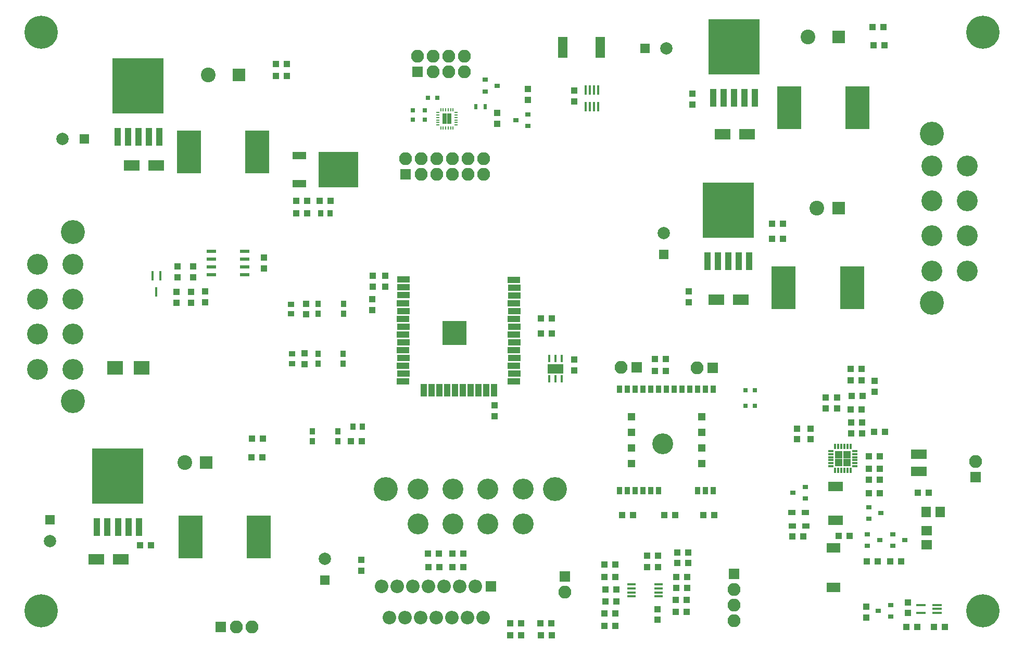
<source format=gbr>
G04 #@! TF.GenerationSoftware,KiCad,Pcbnew,5.0.0-rc2-unknown-2cb65f9~65~ubuntu18.04.1*
G04 #@! TF.CreationDate,2018-06-05T18:41:42-05:00*
G04 #@! TF.ProjectId,open-dash-daughterboard,6F70656E2D646173682D646175676874,rev?*
G04 #@! TF.SameCoordinates,Original*
G04 #@! TF.FileFunction,Soldermask,Top*
G04 #@! TF.FilePolarity,Negative*
%FSLAX46Y46*%
G04 Gerber Fmt 4.6, Leading zero omitted, Abs format (unit mm)*
G04 Created by KiCad (PCBNEW 5.0.0-rc2-unknown-2cb65f9~65~ubuntu18.04.1) date Tue Jun  5 18:41:42 2018*
%MOMM*%
%LPD*%
G01*
G04 APERTURE LIST*
%ADD10R,2.000000X1.000000*%
%ADD11R,1.000000X2.000000*%
%ADD12R,4.000000X4.000000*%
%ADD13R,0.900000X0.800000*%
%ADD14R,4.000000X7.000000*%
%ADD15R,0.995000X1.000000*%
%ADD16C,5.400000*%
%ADD17R,1.700000X1.700000*%
%ADD18O,2.100000X2.100000*%
%ADD19R,1.600000X1.600000*%
%ADD20C,2.000000*%
%ADD21C,2.400000*%
%ADD22R,2.000000X2.000000*%
%ADD23R,2.500000X2.300000*%
%ADD24R,1.070000X3.000000*%
%ADD25R,8.330000X9.000000*%
%ADD26R,0.820000X1.000000*%
%ADD27R,1.500000X1.780000*%
%ADD28R,1.780000X1.500000*%
%ADD29R,2.540000X1.500000*%
%ADD30R,0.450000X1.250000*%
%ADD31R,2.500000X1.600000*%
%ADD32R,1.000000X0.995000*%
%ADD33R,1.000000X0.820000*%
%ADD34R,2.500000X1.800000*%
%ADD35R,2.200000X1.200000*%
%ADD36R,6.400000X5.800000*%
%ADD37C,3.400000*%
%ADD38C,3.900000*%
%ADD39R,1.800000X1.800000*%
%ADD40O,2.200000X2.200000*%
%ADD41R,0.450000X1.500000*%
%ADD42R,1.550000X0.600000*%
%ADD43R,0.750000X0.800000*%
%ADD44R,0.800000X0.750000*%
%ADD45R,0.900000X1.000000*%
%ADD46R,1.200000X0.900000*%
%ADD47R,2.200000X1.500000*%
%ADD48R,2.400000X1.500000*%
%ADD49R,0.400000X1.560000*%
%ADD50R,1.300000X1.300000*%
%ADD51R,0.850000X0.300000*%
%ADD52R,0.300000X0.850000*%
%ADD53R,0.500000X0.900000*%
%ADD54R,1.500000X0.400000*%
%ADD55R,0.800000X0.875000*%
%ADD56R,0.550000X0.200000*%
%ADD57R,0.200000X0.550000*%
%ADD58R,0.900000X1.200000*%
%ADD59R,1.270000X1.270000*%
%ADD60R,1.450000X0.450000*%
%ADD61R,1.495000X3.400000*%
G04 APERTURE END LIST*
D10*
G04 #@! TO.C,U6*
X127707000Y-88647000D03*
X145741000Y-88675000D03*
D11*
X141169000Y-104141000D03*
X142439000Y-104141000D03*
X136089000Y-104141000D03*
X137359000Y-104141000D03*
X139899000Y-104141000D03*
X138629000Y-104141000D03*
X133549000Y-104141000D03*
X134819000Y-104141000D03*
X132279000Y-104141000D03*
X131009000Y-104141000D03*
D10*
X145725000Y-86127000D03*
X145741000Y-87405000D03*
X145741000Y-91215000D03*
X145725000Y-89937000D03*
X145725000Y-95017000D03*
X145741000Y-96295000D03*
X145741000Y-93755000D03*
X145725000Y-92477000D03*
X145725000Y-102637000D03*
X145725000Y-100097000D03*
X145741000Y-101375000D03*
X145741000Y-98835000D03*
X145725000Y-97557000D03*
X127691000Y-97557000D03*
X127707000Y-98835000D03*
X127707000Y-101375000D03*
X127691000Y-100097000D03*
X127691000Y-102637000D03*
X127691000Y-92477000D03*
X127707000Y-93755000D03*
X127707000Y-96295000D03*
X127691000Y-95017000D03*
X127691000Y-89937000D03*
X127707000Y-91215000D03*
X127707000Y-87377000D03*
X127707000Y-86107000D03*
D12*
X136033120Y-94793800D03*
G04 #@! TD*
D13*
G04 #@! TO.C,Q1*
X205000000Y-140000000D03*
X207000000Y-139050000D03*
X207000000Y-140950000D03*
G04 #@! TD*
D14*
G04 #@! TO.C,L1*
X103976000Y-65315000D03*
X92876000Y-65315000D03*
G04 #@! TD*
D15*
G04 #@! TO.C,R48*
X174087500Y-132200000D03*
X172312500Y-132200000D03*
G04 #@! TD*
D16*
G04 #@! TO.C,U15*
X68796000Y-140047000D03*
X221996000Y-140047000D03*
X221996000Y-45847000D03*
X68796000Y-45847000D03*
G04 #@! TD*
D17*
G04 #@! TO.C,AMF_Antenna1*
X220800000Y-118240000D03*
D18*
X220800000Y-115700000D03*
G04 #@! TD*
D19*
G04 #@! TO.C,C1*
X70300000Y-125150000D03*
D20*
X70300000Y-128650000D03*
G04 #@! TD*
G04 #@! TO.C,C2*
X170500000Y-48500000D03*
D19*
X167000000Y-48500000D03*
G04 #@! TD*
D20*
G04 #@! TO.C,C3*
X170053000Y-78542000D03*
D19*
X170053000Y-82042000D03*
G04 #@! TD*
D21*
G04 #@! TO.C,C5*
X96027000Y-52815000D03*
D22*
X101027000Y-52815000D03*
G04 #@! TD*
G04 #@! TO.C,C6*
X198501000Y-46609000D03*
D21*
X193501000Y-46609000D03*
G04 #@! TD*
D23*
G04 #@! TO.C,D1*
X85150000Y-100500000D03*
X80850000Y-100500000D03*
G04 #@! TD*
D24*
G04 #@! TO.C,U1*
X88036000Y-62894000D03*
X86336000Y-62894000D03*
X82936000Y-62894000D03*
X84636000Y-62894000D03*
X81236000Y-62894000D03*
D25*
X84596000Y-54594000D03*
G04 #@! TD*
G04 #@! TO.C,U2*
X81272000Y-118041000D03*
D24*
X77912000Y-126341000D03*
X81312000Y-126341000D03*
X79612000Y-126341000D03*
X83012000Y-126341000D03*
X84712000Y-126341000D03*
G04 #@! TD*
G04 #@! TO.C,U3*
X184923000Y-56560000D03*
X183223000Y-56560000D03*
X179823000Y-56560000D03*
X181523000Y-56560000D03*
X178123000Y-56560000D03*
D25*
X181483000Y-48260000D03*
G04 #@! TD*
D14*
G04 #@! TO.C,L3*
X201577000Y-58093000D03*
X190477000Y-58093000D03*
G04 #@! TD*
G04 #@! TO.C,L4*
X189588000Y-87430000D03*
X200688000Y-87430000D03*
G04 #@! TD*
D26*
G04 #@! TO.C,D6*
X114243000Y-75343000D03*
X115843000Y-75343000D03*
G04 #@! TD*
D14*
G04 #@! TO.C,L2*
X104208000Y-128000000D03*
X93108000Y-128000000D03*
G04 #@! TD*
D27*
G04 #@! TO.C,L5*
X212790000Y-123900000D03*
X215050000Y-123900000D03*
G04 #@! TD*
D28*
G04 #@! TO.C,L6*
X212800000Y-126990000D03*
X212800000Y-129250000D03*
G04 #@! TD*
D29*
G04 #@! TO.C,L9*
X211600000Y-114550000D03*
X211600000Y-117320000D03*
G04 #@! TD*
D24*
G04 #@! TO.C,U4*
X183986000Y-83104000D03*
X182286000Y-83104000D03*
X178886000Y-83104000D03*
X180586000Y-83104000D03*
X177186000Y-83104000D03*
D25*
X180546000Y-74804000D03*
G04 #@! TD*
D30*
G04 #@! TO.C,U9*
X151472000Y-102250000D03*
X152472000Y-102250000D03*
X153472000Y-102250000D03*
X152472000Y-98950000D03*
X151472000Y-98950000D03*
X153472000Y-98950000D03*
D31*
X152472000Y-100600000D03*
G04 #@! TD*
D15*
G04 #@! TO.C,C9*
X115930500Y-73311000D03*
X114155500Y-73311000D03*
G04 #@! TD*
D32*
G04 #@! TO.C,C10*
X122754000Y-85473500D03*
X122754000Y-87248500D03*
G04 #@! TD*
G04 #@! TO.C,C11*
X124786000Y-85473500D03*
X124786000Y-87248500D03*
G04 #@! TD*
G04 #@! TO.C,C15*
X105050000Y-84297500D03*
X105050000Y-82522500D03*
G04 #@! TD*
G04 #@! TO.C,C16*
X90860000Y-88072500D03*
X90860000Y-89847500D03*
G04 #@! TD*
G04 #@! TO.C,C17*
X93190000Y-89847500D03*
X93190000Y-88072500D03*
G04 #@! TD*
G04 #@! TO.C,C18*
X155500000Y-99112500D03*
X155500000Y-100887500D03*
G04 #@! TD*
G04 #@! TO.C,C19*
X155500000Y-57087500D03*
X155500000Y-55312500D03*
G04 #@! TD*
D15*
G04 #@! TO.C,C20*
X145112500Y-142000000D03*
X146887500Y-142000000D03*
G04 #@! TD*
G04 #@! TO.C,C21*
X146887500Y-144000000D03*
X145112500Y-144000000D03*
G04 #@! TD*
G04 #@! TO.C,C23*
X131747346Y-130725953D03*
X133522346Y-130725953D03*
G04 #@! TD*
G04 #@! TO.C,C24*
X133580346Y-132859953D03*
X131805346Y-132859953D03*
G04 #@! TD*
D32*
G04 #@! TO.C,C25*
X120904000Y-133475500D03*
X120904000Y-131700500D03*
G04 #@! TD*
D15*
G04 #@! TO.C,C26*
X211412500Y-120800000D03*
X213187500Y-120800000D03*
G04 #@! TD*
G04 #@! TO.C,C27*
X191012500Y-127900000D03*
X192787500Y-127900000D03*
G04 #@! TD*
G04 #@! TO.C,C28*
X211287500Y-142600000D03*
X209512500Y-142600000D03*
G04 #@! TD*
G04 #@! TO.C,C29*
X206912500Y-132000000D03*
X208687500Y-132000000D03*
G04 #@! TD*
D32*
G04 #@! TO.C,C30*
X203000000Y-141087500D03*
X203000000Y-139312500D03*
G04 #@! TD*
D15*
G04 #@! TO.C,C31*
X204313735Y-110869116D03*
X206088735Y-110869116D03*
G04 #@! TD*
G04 #@! TO.C,C32*
X202275000Y-100600000D03*
X200500000Y-100600000D03*
G04 #@! TD*
G04 #@! TO.C,C33*
X202275000Y-102500000D03*
X200500000Y-102500000D03*
G04 #@! TD*
G04 #@! TO.C,C34*
X205187500Y-120900000D03*
X203412500Y-120900000D03*
G04 #@! TD*
G04 #@! TO.C,C35*
X200300000Y-127800000D03*
X198525000Y-127800000D03*
G04 #@! TD*
D32*
G04 #@! TO.C,C36*
X193926235Y-112106616D03*
X193926235Y-110331616D03*
G04 #@! TD*
G04 #@! TO.C,C37*
X198276235Y-107106616D03*
X198276235Y-105331616D03*
G04 #@! TD*
G04 #@! TO.C,C38*
X196426235Y-107106616D03*
X196426235Y-105331616D03*
G04 #@! TD*
G04 #@! TO.C,C39*
X191776235Y-112106616D03*
X191776235Y-110331616D03*
G04 #@! TD*
D15*
G04 #@! TO.C,C40*
X200538735Y-111169116D03*
X202313735Y-111169116D03*
G04 #@! TD*
G04 #@! TO.C,C41*
X202301235Y-109319116D03*
X200526235Y-109319116D03*
G04 #@! TD*
D26*
G04 #@! TO.C,D10*
X119500000Y-110000000D03*
X121100000Y-110000000D03*
G04 #@! TD*
D33*
G04 #@! TO.C,D11*
X109500000Y-91700000D03*
X109500000Y-90100000D03*
G04 #@! TD*
D32*
G04 #@! TO.C,R3*
X174117000Y-89787500D03*
X174117000Y-88012500D03*
G04 #@! TD*
D15*
G04 #@! TO.C,R10*
X103000000Y-115000000D03*
X104775000Y-115000000D03*
G04 #@! TD*
G04 #@! TO.C,R11*
X104887500Y-112000000D03*
X103112500Y-112000000D03*
G04 #@! TD*
G04 #@! TO.C,R12*
X110345500Y-75343000D03*
X112120500Y-75343000D03*
G04 #@! TD*
G04 #@! TO.C,R13*
X151900000Y-94900000D03*
X150125000Y-94900000D03*
G04 #@! TD*
G04 #@! TO.C,R14*
X150112500Y-92400000D03*
X151887500Y-92400000D03*
G04 #@! TD*
D32*
G04 #@! TO.C,R15*
X142566000Y-106555500D03*
X142566000Y-108330500D03*
G04 #@! TD*
G04 #@! TO.C,R18*
X95470000Y-89817500D03*
X95470000Y-88042500D03*
G04 #@! TD*
G04 #@! TO.C,R19*
X91000000Y-84000000D03*
X91000000Y-85775000D03*
G04 #@! TD*
G04 #@! TO.C,R20*
X93500000Y-85775000D03*
X93500000Y-84000000D03*
G04 #@! TD*
D15*
G04 #@! TO.C,R22*
X137522346Y-130725953D03*
X135747346Y-130725953D03*
G04 #@! TD*
G04 #@! TO.C,R23*
X135747346Y-132889000D03*
X137522346Y-132889000D03*
G04 #@! TD*
G04 #@! TO.C,R24*
X215775000Y-142600000D03*
X214000000Y-142600000D03*
G04 #@! TD*
D32*
G04 #@! TO.C,R25*
X209800000Y-138612500D03*
X209800000Y-140387500D03*
G04 #@! TD*
D15*
G04 #@! TO.C,R26*
X203112500Y-132000000D03*
X204887500Y-132000000D03*
G04 #@! TD*
G04 #@! TO.C,R27*
X202288735Y-107219116D03*
X200513735Y-107219116D03*
G04 #@! TD*
G04 #@! TO.C,R28*
X202387500Y-105000000D03*
X200612500Y-105000000D03*
G04 #@! TD*
D32*
G04 #@! TO.C,R29*
X204400000Y-102612500D03*
X204400000Y-104387500D03*
G04 #@! TD*
D15*
G04 #@! TO.C,R30*
X203412500Y-118700000D03*
X205187500Y-118700000D03*
G04 #@! TD*
G04 #@! TO.C,R31*
X205187500Y-116900000D03*
X203412500Y-116900000D03*
G04 #@! TD*
G04 #@! TO.C,R32*
X203400000Y-114900000D03*
X205175000Y-114900000D03*
G04 #@! TD*
D32*
G04 #@! TO.C,R38*
X111900000Y-91787500D03*
X111900000Y-90012500D03*
G04 #@! TD*
D33*
G04 #@! TO.C,D12*
X109600000Y-99800000D03*
X109600000Y-98200000D03*
G04 #@! TD*
D15*
G04 #@! TO.C,R1*
X86652500Y-129343000D03*
X84877500Y-129343000D03*
G04 #@! TD*
D32*
G04 #@! TO.C,R2*
X174752000Y-55881500D03*
X174752000Y-57656500D03*
G04 #@! TD*
D15*
G04 #@! TO.C,R4*
X108775000Y-51000000D03*
X107000000Y-51000000D03*
G04 #@! TD*
G04 #@! TO.C,R5*
X107025000Y-53000000D03*
X108800000Y-53000000D03*
G04 #@! TD*
G04 #@! TO.C,R6*
X204225000Y-48000000D03*
X206000000Y-48000000D03*
G04 #@! TD*
G04 #@! TO.C,R7*
X204000000Y-45000000D03*
X205775000Y-45000000D03*
G04 #@! TD*
G04 #@! TO.C,R8*
X187725000Y-79500000D03*
X189500000Y-79500000D03*
G04 #@! TD*
G04 #@! TO.C,R9*
X187725000Y-77000000D03*
X189500000Y-77000000D03*
G04 #@! TD*
D32*
G04 #@! TO.C,R39*
X111700000Y-99887500D03*
X111700000Y-98112500D03*
G04 #@! TD*
D34*
G04 #@! TO.C,D2*
X83533000Y-67547000D03*
X87533000Y-67547000D03*
G04 #@! TD*
G04 #@! TO.C,D3*
X81796000Y-131629000D03*
X77796000Y-131629000D03*
G04 #@! TD*
G04 #@! TO.C,D5*
X182594000Y-89408000D03*
X178594000Y-89408000D03*
G04 #@! TD*
G04 #@! TO.C,D4*
X183610000Y-62484000D03*
X179610000Y-62484000D03*
G04 #@! TD*
D35*
G04 #@! TO.C,U5*
X110843000Y-65951000D03*
X110843000Y-70511000D03*
D36*
X117143000Y-68231000D03*
G04 #@! TD*
D15*
G04 #@! TO.C,C12*
X110345500Y-73311000D03*
X112120500Y-73311000D03*
G04 #@! TD*
D22*
G04 #@! TO.C,C7*
X198500000Y-74500000D03*
D21*
X195000000Y-74500000D03*
G04 #@! TD*
G04 #@! TO.C,C8*
X92200000Y-115900000D03*
D22*
X95700000Y-115900000D03*
G04 #@! TD*
D32*
G04 #@! TO.C,R16*
X122690000Y-89305000D03*
X122690000Y-91080000D03*
G04 #@! TD*
D15*
G04 #@! TO.C,R17*
X119225000Y-112400000D03*
X121000000Y-112400000D03*
G04 #@! TD*
D37*
G04 #@! TO.C,U7*
X68250000Y-89300000D03*
X68250000Y-100700000D03*
X68250000Y-83600000D03*
X68250000Y-95000000D03*
X73950000Y-83600000D03*
X73950000Y-89300000D03*
X73950000Y-95000000D03*
X73950000Y-100700000D03*
D38*
X73950000Y-78400000D03*
X73950000Y-105900000D03*
G04 #@! TD*
D13*
G04 #@! TO.C,Q5*
X141000000Y-53600000D03*
X141000000Y-55500000D03*
X143000000Y-54550000D03*
G04 #@! TD*
D39*
G04 #@! TO.C,U11*
X142000000Y-136000000D03*
D40*
X140730000Y-141080000D03*
X139460000Y-136000000D03*
X138190000Y-141080000D03*
X136920000Y-136000000D03*
X135650000Y-141080000D03*
X134380000Y-136000000D03*
X133110000Y-141080000D03*
X131840000Y-136000000D03*
X130570000Y-141080000D03*
X129300000Y-136000000D03*
X128030000Y-141080000D03*
X126760000Y-136000000D03*
X125490000Y-141080000D03*
X124220000Y-136000000D03*
G04 #@! TD*
D37*
G04 #@! TO.C,U16*
X219400000Y-79000000D03*
X219400000Y-67600000D03*
X219400000Y-84700000D03*
X219400000Y-73300000D03*
X213700000Y-84700000D03*
X213700000Y-79000000D03*
X213700000Y-73300000D03*
X213700000Y-67600000D03*
D38*
X213700000Y-89900000D03*
X213700000Y-62400000D03*
G04 #@! TD*
D19*
G04 #@! TO.C,C22*
X115000000Y-135000000D03*
D20*
X115000000Y-131500000D03*
G04 #@! TD*
D41*
G04 #@! TO.C,D7*
X88200000Y-85470000D03*
X86900000Y-85470000D03*
X87550000Y-88130000D03*
G04 #@! TD*
D42*
G04 #@! TO.C,U8*
X101910000Y-85285000D03*
X101910000Y-84015000D03*
X101910000Y-82745000D03*
X101910000Y-81475000D03*
X96510000Y-81475000D03*
X96510000Y-82745000D03*
X96510000Y-84015000D03*
X96510000Y-85285000D03*
G04 #@! TD*
D17*
G04 #@! TO.C,J4*
X128080000Y-68940000D03*
D18*
X128080000Y-66400000D03*
X130620000Y-68940000D03*
X130620000Y-66400000D03*
X133160000Y-68940000D03*
X133160000Y-66400000D03*
X135700000Y-68940000D03*
X135700000Y-66400000D03*
X138240000Y-68940000D03*
X138240000Y-66400000D03*
X140780000Y-68940000D03*
X140780000Y-66400000D03*
G04 #@! TD*
D13*
G04 #@! TO.C,Q4*
X148000000Y-61110000D03*
X148000000Y-59210000D03*
X146000000Y-60160000D03*
G04 #@! TD*
D32*
G04 #@! TO.C,R40*
X148000000Y-56887500D03*
X148000000Y-55112500D03*
G04 #@! TD*
G04 #@! TO.C,R41*
X143000000Y-60775000D03*
X143000000Y-59000000D03*
G04 #@! TD*
D18*
G04 #@! TO.C,P4*
X137620000Y-49760000D03*
X137620000Y-52300000D03*
X135080000Y-49760000D03*
X135080000Y-52300000D03*
X132540000Y-49760000D03*
X132540000Y-52300000D03*
X130000000Y-49760000D03*
D17*
X130000000Y-52300000D03*
G04 #@! TD*
D43*
G04 #@! TO.C,C13*
X131200000Y-58550000D03*
X131200000Y-60050000D03*
G04 #@! TD*
G04 #@! TO.C,C14*
X129300000Y-60050000D03*
X129300000Y-58550000D03*
G04 #@! TD*
D44*
G04 #@! TO.C,C46*
X131750000Y-56500000D03*
X133250000Y-56500000D03*
G04 #@! TD*
D45*
G04 #@! TO.C,FACTORY1*
X112950000Y-110800000D03*
X112950000Y-112400000D03*
X117050000Y-110800000D03*
X117050000Y-112400000D03*
G04 #@! TD*
D46*
G04 #@! TO.C,L7*
X193200000Y-126200000D03*
X191000000Y-126200000D03*
G04 #@! TD*
G04 #@! TO.C,L8*
X193100000Y-124000000D03*
X190900000Y-124000000D03*
G04 #@! TD*
D47*
G04 #@! TO.C,L10*
X197700000Y-136200000D03*
X197700000Y-129800000D03*
G04 #@! TD*
D48*
G04 #@! TO.C,L11*
X198000000Y-125250000D03*
X198000000Y-119750000D03*
G04 #@! TD*
D45*
G04 #@! TO.C,PROG1*
X117950000Y-99800000D03*
X117950000Y-98200000D03*
X113850000Y-99800000D03*
X113850000Y-98200000D03*
G04 #@! TD*
D13*
G04 #@! TO.C,Q2*
X205400000Y-124100000D03*
X203400000Y-125050000D03*
X203400000Y-123150000D03*
G04 #@! TD*
G04 #@! TO.C,Q3*
X203200000Y-127550000D03*
X203200000Y-129450000D03*
X205200000Y-128500000D03*
G04 #@! TD*
D45*
G04 #@! TO.C,REBOOT1*
X113876000Y-90074000D03*
X113876000Y-91674000D03*
X117976000Y-90074000D03*
X117976000Y-91674000D03*
G04 #@! TD*
D49*
G04 #@! TO.C,U10*
X159380000Y-55250000D03*
X158730000Y-55250000D03*
X158070000Y-55250000D03*
X157420000Y-55250000D03*
X157420000Y-57950000D03*
X158070000Y-57950000D03*
X158730000Y-57950000D03*
X159380000Y-57950000D03*
G04 #@! TD*
D50*
G04 #@! TO.C,U12*
X198566235Y-115889116D03*
X199866235Y-115889116D03*
X198566235Y-114589116D03*
X199866235Y-114589116D03*
D51*
X197266235Y-116489116D03*
X197266235Y-115989116D03*
X197266235Y-115489116D03*
X197266235Y-114989116D03*
X197266235Y-114489116D03*
X197266235Y-113989116D03*
D52*
X197966235Y-113289116D03*
X198466235Y-113289116D03*
X198966235Y-113289116D03*
X199466235Y-113289116D03*
X199966235Y-113289116D03*
X200466235Y-113289116D03*
D51*
X201166235Y-113989116D03*
X201166235Y-114489116D03*
X201166235Y-114989116D03*
X201166235Y-115489116D03*
X201166235Y-115989116D03*
X201166235Y-116489116D03*
D52*
X200466235Y-117189116D03*
X199966235Y-117189116D03*
X199466235Y-117189116D03*
X198966235Y-117189116D03*
X198466235Y-117189116D03*
X197966235Y-117189116D03*
G04 #@! TD*
D19*
G04 #@! TO.C,C4*
X75819000Y-63246000D03*
D20*
X72319000Y-63246000D03*
G04 #@! TD*
D53*
G04 #@! TO.C,R37*
X139500000Y-58000000D03*
X141000000Y-58000000D03*
G04 #@! TD*
D13*
G04 #@! TO.C,D8*
X193100000Y-121750000D03*
X193100000Y-119850000D03*
X191100000Y-120800000D03*
G04 #@! TD*
G04 #@! TO.C,D9*
X209300000Y-128500000D03*
X207300000Y-129450000D03*
X207300000Y-127550000D03*
G04 #@! TD*
D54*
G04 #@! TO.C,U18*
X211870000Y-140350000D03*
X211870000Y-139050000D03*
X214530000Y-139050000D03*
X214530000Y-139700000D03*
X214530000Y-140350000D03*
G04 #@! TD*
D55*
G04 #@! TO.C,U17*
X135224000Y-59497000D03*
X134424000Y-59497000D03*
X135224000Y-60367000D03*
X134424000Y-60367000D03*
D56*
X136324000Y-58932000D03*
X136324000Y-59332000D03*
X136324000Y-59732000D03*
X136324000Y-60132000D03*
X136324000Y-60532000D03*
X136324000Y-60932000D03*
D57*
X135824000Y-61432000D03*
X135424000Y-61432000D03*
X135024000Y-61432000D03*
X134624000Y-61432000D03*
X134224000Y-61432000D03*
X133824000Y-61432000D03*
D56*
X133324000Y-60932000D03*
X133324000Y-60532000D03*
X133324000Y-60132000D03*
X133324000Y-59732000D03*
X133324000Y-59332000D03*
X133324000Y-58932000D03*
D57*
X133824000Y-58432000D03*
X134224000Y-58432000D03*
X134624000Y-58432000D03*
X135024000Y-58432000D03*
X135424000Y-58432000D03*
X135824000Y-58432000D03*
G04 #@! TD*
D44*
G04 #@! TO.C,C42*
X184900000Y-104140000D03*
X183400000Y-104140000D03*
G04 #@! TD*
G04 #@! TO.C,C43*
X183400000Y-106680000D03*
X184900000Y-106680000D03*
G04 #@! TD*
D58*
G04 #@! TO.C,U13*
X162910000Y-120450000D03*
X175610000Y-120450000D03*
X178150000Y-103940000D03*
D59*
X164815000Y-116005000D03*
X164815000Y-113465000D03*
X164815000Y-110925000D03*
X164815000Y-108385000D03*
X176245000Y-116005000D03*
X176245000Y-113465000D03*
X176245000Y-110925000D03*
X176245000Y-108385000D03*
D58*
X164180000Y-120450000D03*
X165450000Y-120450000D03*
X166720000Y-120450000D03*
X167990000Y-120450000D03*
X169260000Y-120450000D03*
X176880000Y-120450000D03*
X178150000Y-120450000D03*
D37*
X169900000Y-112800000D03*
D58*
X176880000Y-103940000D03*
X175610000Y-103940000D03*
X174340000Y-103940000D03*
X173070000Y-103940000D03*
X171800000Y-103940000D03*
X170530000Y-103940000D03*
X169260000Y-103940000D03*
X167990000Y-103940000D03*
X166720000Y-103940000D03*
X165450000Y-103940000D03*
X164180000Y-103940000D03*
X162910000Y-103940000D03*
G04 #@! TD*
D15*
G04 #@! TO.C,R33*
X168612500Y-99000000D03*
X170387500Y-99000000D03*
G04 #@! TD*
G04 #@! TO.C,R34*
X176512500Y-124460000D03*
X178287500Y-124460000D03*
G04 #@! TD*
G04 #@! TO.C,R35*
X165100000Y-124460000D03*
X163325000Y-124460000D03*
G04 #@! TD*
G04 #@! TO.C,R36*
X170387500Y-101000000D03*
X168612500Y-101000000D03*
G04 #@! TD*
G04 #@! TO.C,R42*
X170180000Y-124460000D03*
X171955000Y-124460000D03*
G04 #@! TD*
D17*
G04 #@! TO.C,GPS_ANT1*
X178000000Y-100500000D03*
D18*
X175460000Y-100500000D03*
G04 #@! TD*
D17*
G04 #@! TO.C,RX_TX1*
X165640000Y-100400000D03*
D18*
X163100000Y-100400000D03*
G04 #@! TD*
D17*
G04 #@! TO.C,AUDIO_IN1*
X98060000Y-142660000D03*
D18*
X100600000Y-142660000D03*
X103140000Y-142660000D03*
G04 #@! TD*
D15*
G04 #@! TO.C,R43*
X160612500Y-138500000D03*
X162387500Y-138500000D03*
G04 #@! TD*
G04 #@! TO.C,R44*
X160400000Y-140400000D03*
X162175000Y-140400000D03*
G04 #@! TD*
G04 #@! TO.C,R45*
X160400000Y-134500000D03*
X162175000Y-134500000D03*
G04 #@! TD*
G04 #@! TO.C,R46*
X173887500Y-136300000D03*
X172112500Y-136300000D03*
G04 #@! TD*
G04 #@! TO.C,R47*
X172025000Y-138187500D03*
X173800000Y-138187500D03*
G04 #@! TD*
D60*
G04 #@! TO.C,U19*
X164800000Y-135725000D03*
X164800000Y-136375000D03*
X164800000Y-137025000D03*
X164800000Y-137675000D03*
X169200000Y-137675000D03*
X169200000Y-137025000D03*
X169200000Y-136375000D03*
X169200000Y-135725000D03*
G04 #@! TD*
D15*
G04 #@! TO.C,C49*
X169187500Y-131000000D03*
X167412500Y-131000000D03*
G04 #@! TD*
G04 #@! TO.C,R49*
X151775000Y-142000000D03*
X150000000Y-142000000D03*
G04 #@! TD*
G04 #@! TO.C,R50*
X150112500Y-144000000D03*
X151887500Y-144000000D03*
G04 #@! TD*
G04 #@! TO.C,C44*
X160612500Y-136500000D03*
X162387500Y-136500000D03*
G04 #@! TD*
G04 #@! TO.C,C45*
X162187500Y-142500000D03*
X160412500Y-142500000D03*
G04 #@! TD*
G04 #@! TO.C,C47*
X160412500Y-132500000D03*
X162187500Y-132500000D03*
G04 #@! TD*
G04 #@! TO.C,C51*
X172112500Y-134500000D03*
X173887500Y-134500000D03*
G04 #@! TD*
G04 #@! TO.C,C52*
X173800000Y-140200000D03*
X172025000Y-140200000D03*
G04 #@! TD*
G04 #@! TO.C,C53*
X174087500Y-130500000D03*
X172312500Y-130500000D03*
G04 #@! TD*
D32*
G04 #@! TO.C,C48*
X169100000Y-139712500D03*
X169100000Y-141487500D03*
G04 #@! TD*
D15*
G04 #@! TO.C,C50*
X167412500Y-132900000D03*
X169187500Y-132900000D03*
G04 #@! TD*
D61*
G04 #@! TO.C,R21*
X153682500Y-48300000D03*
X159717500Y-48300000D03*
G04 #@! TD*
D17*
G04 #@! TO.C,P1*
X181500000Y-134020000D03*
D18*
X181500000Y-136560000D03*
X181500000Y-139100000D03*
X181500000Y-141640000D03*
G04 #@! TD*
D17*
G04 #@! TO.C,P2*
X154000000Y-134460000D03*
D18*
X154000000Y-137000000D03*
G04 #@! TD*
D37*
G04 #@! TO.C,U14*
X135800000Y-125900000D03*
X147200000Y-125900000D03*
X130100000Y-125900000D03*
X141500000Y-125900000D03*
X130100000Y-120200000D03*
X135800000Y-120200000D03*
X141500000Y-120200000D03*
X147200000Y-120200000D03*
D38*
X124900000Y-120200000D03*
X152400000Y-120200000D03*
G04 #@! TD*
M02*

</source>
